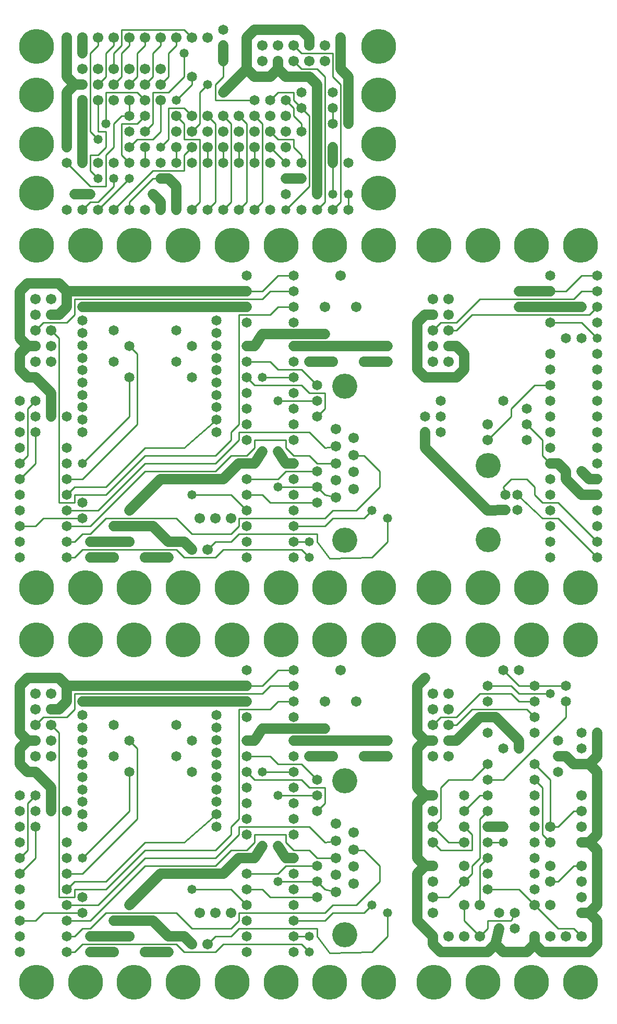
<source format=gbl>
%MOIN*%
%FSLAX25Y25*%
G04 D10 used for Character Trace; *
G04     Circle (OD=.01000) (No hole)*
G04 D11 used for Power Trace; *
G04     Circle (OD=.06500) (No hole)*
G04 D12 used for Signal Trace; *
G04     Circle (OD=.01100) (No hole)*
G04 D13 used for Via; *
G04     Circle (OD=.05800) (Round. Hole ID=.02800)*
G04 D14 used for Component hole; *
G04     Circle (OD=.06500) (Round. Hole ID=.03500)*
G04 D15 used for Component hole; *
G04     Circle (OD=.06700) (Round. Hole ID=.04300)*
G04 D16 used for Component hole; *
G04     Circle (OD=.08100) (Round. Hole ID=.05100)*
G04 D17 used for Component hole; *
G04     Circle (OD=.08900) (Round. Hole ID=.05900)*
G04 D18 used for Component hole; *
G04     Circle (OD=.11300) (Round. Hole ID=.08300)*
G04 D19 used for Component hole; *
G04     Circle (OD=.16000) (Round. Hole ID=.13000)*
G04 D20 used for Component hole; *
G04     Circle (OD=.18300) (Round. Hole ID=.15300)*
G04 D21 used for Component hole; *
G04     Circle (OD=.22291) (Round. Hole ID=.19291)*
%ADD10C,.01000*%
%ADD11C,.06500*%
%ADD12C,.01100*%
%ADD13C,.05800*%
%ADD14C,.06500*%
%ADD15C,.06700*%
%ADD16C,.08100*%
%ADD17C,.08900*%
%ADD18C,.11300*%
%ADD19C,.16000*%
%ADD20C,.18300*%
%ADD21C,.22291*%
%IPPOS*%
%LPD*%
G90*X0Y0D02*D21*X15625Y15625D03*D14*              
X35000Y35000D03*D12*X40000D01*X45000Y40000D01*    
X105000D01*X110000Y35000D01*X130000D01*           
X135000Y40000D01*X185000D01*X190000Y35000D01*D13* 
D03*D14*X180000Y45000D03*D12*X190000D01*D13*D03*  
D12*X195000D02*Y50000D01*X203000Y34400D02*        
X195000Y45000D01*X203000Y34400D02*                
X230000Y35000D01*X240000Y45000D01*Y60000D01*D13*  
D03*X230000Y65000D03*D12*X225000Y60000D01*        
X205000D01*X200000Y55000D01*X180000D01*D14*D03*   
Y65000D03*X195000Y70000D03*D12*X165000D01*        
X160000Y75000D01*X150000D01*D14*D03*Y85000D03*D12*
X170000D01*X175000Y90000D01*X195000D01*D14*D03*   
D12*Y95000D02*X206900D01*D15*D03*Y105900D03*D12*  
X200000Y105000D01*X190000Y115000D01*X145000D01*   
Y110000D01*X130000Y95000D01*X85000D01*            
X55000Y65000D01*X35000D01*D14*D03*D12*            
X30000Y70000D02*X40000D01*X30000D02*Y175000D01*   
X25000Y180000D01*D15*D03*D12*X15000D02*           
X20000Y185000D01*D15*X15000Y180000D03*D12*        
X20000Y185000D02*X35000D01*X40000Y190000D01*      
Y200000D01*X160000D01*X165000Y205000D01*          
X180000D01*D14*D03*D12*X160000D02*                
X170000Y215000D01*X150000Y205000D02*X160000D01*   
D14*X150000D03*D11*X140000D01*D14*D03*D11*        
X65000D01*D13*D03*D11*X35000D01*Y195000D01*       
X30000Y190000D01*X25000D01*D15*D03*               
X15000Y200000D03*X25000D03*X15000Y190000D03*D11*  
X35000Y205000D02*X30000Y210000D01*X10000D01*      
X5000Y205000D01*Y175000D01*X10000Y170000D01*      
X5000Y165000D01*Y155000D01*X10000Y150000D01*      
X15000D01*X25000Y140000D01*Y125000D01*D14*D03*    
X15000Y135000D03*D12*X10000Y130000D01*Y100000D01* 
X5000Y95000D01*D14*D03*D12*Y85000D02*             
X15000Y95000D01*D14*X5000Y85000D03*D12*           
X15000Y95000D02*Y115000D01*D14*D03*               
X5000Y125000D03*Y105000D03*X15000Y125000D03*      
X5000Y115000D03*X35000Y95000D03*Y105000D03*       
Y125000D03*X5000Y135000D03*D12*X35000Y85000D02*   
X45000D01*D14*X35000D03*D12*Y75000D02*            
X40000Y80000D01*D14*X35000Y75000D03*D12*          
X40000Y70000D02*Y75000D01*X60000D01*              
X85000Y100000D01*X130000D01*X140000Y110000D01*    
Y115000D01*X145000Y120000D01*Y190000D01*          
X165000D01*X170000Y195000D01*X180000D01*D14*D03*  
Y185000D03*D13*X200000Y177500D03*D11*X160000D01*  
X155000Y170000D01*X150000D01*D14*D03*Y160000D03*  
D12*X165000D01*X170000Y155000D01*X185000D01*      
X195000Y145000D01*D14*D03*D12*X200000Y130000D02*  
Y140000D01*X195000Y125000D02*X200000Y130000D01*   
D14*X195000Y125000D03*D15*X206900Y116800D03*D14*  
X195000Y135000D03*D12*X170000D01*D13*D03*D14*     
X180000Y130000D03*Y140000D03*Y150000D03*D12*      
X160000D01*D13*D03*D12*X155000Y145000D02*         
X185000D01*X190000Y140000D01*X200000D01*D19*      
X212600Y144200D03*D14*X180000Y160000D03*          
Y120000D03*D15*X205000Y160000D03*D11*X190000D01*  
D14*D03*X180000Y170000D03*D11*X190000D01*D14*D03* 
D11*X215000D01*D15*D03*D11*X240000D01*D14*D03*    
Y160000D03*D11*X225000D01*D15*D03*                
X220000Y195000D03*X200000D03*D12*                 
X175000Y105000D02*Y110000D01*X180000Y100000D02*   
X175000Y105000D01*X180000Y100000D02*X190000D01*   
X195000Y95000D01*D15*X206900Y84100D03*D14*        
X180000Y110000D03*Y95000D03*D11*X175000D01*       
X170000Y102500D01*D14*D03*D12*X155000Y110000D02*  
X175000D01*X155000Y105000D02*Y110000D01*          
X150000Y100000D02*X155000Y105000D01*              
X140000Y100000D02*X150000D01*X130000Y90000D02*    
X140000Y100000D01*X85000Y90000D02*X130000D01*     
X50000Y55000D02*X85000Y90000D01*X35000Y55000D02*  
X50000D01*D14*X35000D03*D12*X40000Y45000D02*      
X45000Y50000D01*X35000Y45000D02*X40000D01*D14*    
X35000D03*D12*X45000Y50000D02*X50000D01*          
X60000Y60000D01*X105000D01*X115000Y50000D01*      
X140000D01*X145000Y55000D01*Y60000D01*X200000D01* 
X205000Y65000D01*X220000D01*X235000Y80000D01*     
Y90000D01*X225000Y100000D01*X218200Y100400D01*D15*
D03*Y111300D03*Y89600D03*Y78700D03*D12*           
X200000Y75000D02*X206900Y73200D01*D15*D03*D12*    
X200000Y75000D02*X195000Y80000D01*D14*D03*D12*    
X170000D01*D13*D03*D14*X180000Y75000D03*Y85000D03*
D11*X150000Y95000D02*X155000D01*D14*X150000D03*   
D11*X145000D01*X135000Y85000D01*X130000D01*D13*   
D03*D11*X95000D01*X75000Y65000D01*D13*D03*        
X65000Y55000D03*D11*X90000D01*X100000Y45000D01*   
D14*D03*D11*X110000D01*X115000Y40000D01*D15*D03*  
X125000D03*D12*X130000Y45000D01*X140000D01*       
X145000Y50000D01*X195000D01*D14*X180000Y35000D03* 
D19*X212600Y45800D03*D21*X171875Y15625D03*        
X203125D03*X234375D03*D14*X150000Y65000D03*D12*   
X140000Y75000D01*X115000D01*D13*D03*D15*          
X130000Y60000D03*X120000D03*X140000D03*D12*       
X60000Y80000D02*X85000Y105000D01*X40000Y80000D02* 
X60000D01*X45000Y85000D02*X80000Y120000D01*       
Y165000D01*X75000Y170000D01*D14*D03*              
X65000Y180000D03*Y160000D03*X75000Y150000D03*D12* 
Y125000D01*X45000Y95000D01*D13*D03*D14*Y115000D03*
Y70000D03*Y122900D03*D12*X15000Y55000D02*         
X20000Y60000D01*X5000Y55000D02*X15000D01*D14*     
X5000D03*Y65000D03*Y45000D03*D12*X20000Y60000D02* 
X45000D01*D14*D03*X50000Y45000D03*D11*X75000D01*  
D15*D03*X85000Y35000D03*D11*X100000D01*D14*D03*   
D21*X78125Y15625D03*X109375D03*D15*               
X65000Y35000D03*D11*X50000D01*D14*D03*D21*        
X46875Y15625D03*D14*X5000Y75000D03*Y35000D03*D12* 
X85000Y105000D02*X110000D01*X130600Y122900D01*D14*
D03*Y130800D03*Y115000D03*Y138700D03*             
X150000Y110000D03*Y120000D03*X130600Y146600D03*   
X150000Y130000D03*Y140000D03*Y150000D03*D12*      
X155000Y145000D01*D14*X130600Y170300D03*          
Y162400D03*Y154500D03*Y178200D03*                 
X115000Y170000D03*Y150000D03*X150000Y185000D03*   
X130600Y186100D03*X160000Y102500D03*D11*          
X155000Y95000D01*D14*X150000Y55000D03*Y45000D03*  
Y35000D03*X105000Y160000D03*D21*X140625Y15625D03* 
D14*X105000Y180000D03*X150000Y195000D03*D11*      
X140000D01*D14*D03*D11*X85000D01*D13*D03*D11*     
X45000D01*D13*D03*D14*Y186100D03*Y178200D03*D15*  
X25000Y170000D03*D14*X45000Y170300D03*D15*        
X15000Y170000D03*D11*X10000D01*D15*               
X15000Y160000D03*X25000D03*D14*X45000Y138700D03*  
Y146600D03*Y154500D03*Y162400D03*Y130800D03*D21*  
X46875Y234375D03*X15625D03*X78125D03*X109375D03*  
X140625D03*D14*X150000Y215000D03*D12*X170000D02*  
X180000D01*D14*D03*D21*X171875Y234375D03*         
X203125D03*D15*X210000Y215000D03*D21*             
X234375Y234375D03*G90*X0Y2000D02*                 
X234375Y267625D03*X203125D03*X171875D03*          
X140625D03*X109375D03*X78125D03*X46875D03*        
X15625D03*D12*X203000Y286400D02*X230000Y287000D01*
X203000Y286400D02*X195000Y297000D01*Y302000D01*   
X145000D01*X140000Y297000D01*X130000D01*          
X125000Y292000D01*D15*D03*D12*X110000Y287000D02*  
X130000D01*X110000D02*X105000Y292000D01*X45000D01*
X40000Y287000D01*X35000D01*D14*D03*D12*Y297000D02*
X40000D01*D14*X35000D03*D12*X40000D02*            
X45000Y302000D01*X50000D01*X60000Y312000D01*      
X105000D01*X115000Y302000D01*X140000D01*          
X145000Y307000D01*Y312000D01*X200000D01*          
X205000Y317000D01*X220000D01*X235000Y332000D01*   
Y342000D01*X225000Y352000D01*X218200Y352400D01*   
D15*D03*Y363300D03*Y341600D03*X206900Y368800D03*  
Y336100D03*Y357900D03*D12*X200000Y357000D01*      
X190000Y367000D01*X145000D01*Y362000D01*          
X130000Y347000D01*X85000D01*X55000Y317000D01*     
X35000D01*D14*D03*D12*X30000Y322000D02*X40000D01* 
X30000D02*Y427000D01*X25000Y432000D01*D15*D03*D12*
X15000D02*X20000Y437000D01*D15*X15000Y432000D03*  
D12*X20000Y437000D02*X35000D01*X40000Y442000D01*  
Y452000D01*X160000D01*X165000Y457000D01*          
X180000D01*D14*D03*D12*X160000D02*                
X170000Y467000D01*X150000Y457000D02*X160000D01*   
D14*X150000D03*D11*X140000D01*D14*D03*D11*        
X65000D01*D13*D03*D11*X35000D01*Y447000D01*       
X30000Y442000D01*X25000D01*D15*D03*               
X15000Y452000D03*X25000D03*X15000Y442000D03*D11*  
X35000Y457000D02*X30000Y462000D01*X10000D01*      
X5000Y457000D01*Y427000D01*X10000Y422000D01*      
X5000Y417000D01*Y407000D01*X10000Y402000D01*      
X15000D01*X25000Y392000D01*Y377000D01*D14*D03*    
X15000Y387000D03*D12*X10000Y382000D01*Y352000D01* 
X5000Y347000D01*D14*D03*D12*Y337000D02*           
X15000Y347000D01*D14*X5000Y337000D03*D12*         
X15000Y347000D02*Y367000D01*D14*D03*              
X5000Y377000D03*Y357000D03*X15000Y377000D03*      
X5000Y367000D03*X35000Y347000D03*Y357000D03*      
Y377000D03*X5000Y387000D03*D12*X35000Y337000D02*  
X45000D01*D14*X35000D03*D12*Y327000D02*           
X40000Y332000D01*D14*X35000Y327000D03*D12*        
X40000Y322000D02*Y327000D01*X60000D01*            
X85000Y352000D01*X130000D01*X140000Y362000D01*    
Y367000D01*X145000Y372000D01*Y442000D01*          
X165000D01*X170000Y447000D01*X180000D01*D14*D03*  
Y437000D03*D13*X200000Y429500D03*D11*X160000D01*  
X155000Y422000D01*X150000D01*D14*D03*Y412000D03*  
D12*X165000D01*X170000Y407000D01*X185000D01*      
X195000Y397000D01*D14*D03*D12*X200000Y382000D02*  
Y392000D01*X195000Y377000D02*X200000Y382000D01*   
D14*X195000Y377000D03*Y387000D03*D12*X170000D01*  
D13*D03*D14*X180000Y382000D03*Y392000D03*         
Y402000D03*D12*X160000D01*D13*D03*D12*            
X155000Y397000D02*X185000D01*X190000Y392000D01*   
X200000D01*D19*X212600Y396200D03*D14*             
X180000Y412000D03*Y372000D03*D15*                 
X205000Y412000D03*D11*X190000D01*D14*D03*         
X180000Y422000D03*D11*X190000D01*D14*D03*D11*     
X215000D01*D15*D03*D11*X240000D01*D14*D03*        
Y412000D03*D11*X225000D01*D15*D03*                
X220000Y447000D03*X200000D03*D12*                 
X175000Y357000D02*Y362000D01*X180000Y352000D02*   
X175000Y357000D01*X180000Y352000D02*X190000D01*   
X195000Y347000D01*X206900D01*D15*D03*D14*         
X195000Y342000D03*D12*X175000D01*                 
X170000Y337000D01*X150000D01*D14*D03*D12*         
X165000Y322000D02*X160000Y327000D01*              
X165000Y322000D02*X195000D01*D14*D03*D12*         
X200000Y327000D02*X206900Y325200D01*D15*D03*D12*  
X200000Y327000D02*X195000Y332000D01*D14*D03*D12*  
X170000D01*D13*D03*D14*X180000Y327000D03*         
Y337000D03*D12*X150000Y327000D02*X160000D01*D14*  
X150000D03*D12*Y317000D02*X140000Y327000D01*D14*  
X150000Y317000D03*D12*X115000Y327000D02*          
X140000D01*D13*X115000D03*D15*X130000Y312000D03*  
D12*X85000Y342000D02*X130000D01*X50000Y307000D02* 
X85000Y342000D01*X35000Y307000D02*X50000D01*D14*  
X35000D03*X45000Y312000D03*D12*X20000D01*         
X15000Y307000D01*X5000D01*D14*D03*Y317000D03*     
Y297000D03*Y327000D03*Y287000D03*D12*             
X40000Y332000D02*X60000D01*X85000Y357000D01*      
X110000D01*X130600Y374900D01*D14*D03*Y382800D03*  
Y367000D03*Y390700D03*X150000Y362000D03*          
Y372000D03*X130600Y398600D03*X150000Y382000D03*   
Y392000D03*D12*Y352000D02*X155000Y357000D01*      
X140000Y352000D02*X150000D01*X130000Y342000D02*   
X140000Y352000D01*D11*X130000Y337000D02*          
X135000D01*D13*X130000D03*D11*X95000D01*          
X75000Y317000D01*D13*D03*X65000Y307000D03*D11*    
X90000D01*X100000Y297000D01*D14*D03*D11*          
X110000D01*X115000Y292000D01*D15*D03*D12*         
X130000Y287000D02*X135000Y292000D01*X185000D01*   
X190000Y287000D01*D13*D03*D14*X180000Y297000D03*  
D12*X190000D01*D13*D03*D12*X180000Y307000D02*     
X200000D01*D14*X180000D03*Y317000D03*D12*         
X200000Y307000D02*X205000Y312000D01*X225000D01*   
X230000Y317000D01*D13*D03*X240000Y312000D03*D12*  
Y297000D01*X230000Y287000D01*D19*                 
X212600Y297800D03*D15*X218200Y330700D03*D14*      
X180000Y287000D03*Y347000D03*D11*X175000D01*      
X170000Y354500D01*D14*D03*X180000Y362000D03*D12*  
X155000D02*X175000D01*X155000Y357000D02*          
Y362000D01*D14*X160000Y354500D03*D11*             
X155000Y347000D01*X150000D01*D14*D03*D11*         
X145000D01*X135000Y337000D01*D15*                 
X120000Y312000D03*X140000D03*D14*                 
X150000Y307000D03*Y297000D03*D15*X85000Y287000D03*
D11*X100000D01*D14*D03*D15*X75000Y297000D03*D11*  
X50000D01*D14*D03*Y287000D03*D11*X65000D01*D15*   
D03*D14*X45000Y322000D03*D12*Y337000D02*          
X80000Y372000D01*Y417000D01*X75000Y422000D01*D14* 
D03*X65000Y432000D03*Y412000D03*X75000Y402000D03* 
D12*Y377000D01*X45000Y347000D01*D13*D03*D14*      
Y367000D03*Y374900D03*Y382800D03*Y390700D03*      
Y398600D03*Y406500D03*X105000Y412000D03*          
X45000Y414400D03*D15*X25000Y412000D03*X15000D03*  
D14*X115000Y402000D03*Y422000D03*X45000Y422300D03*
D15*X25000Y422000D03*X15000D03*D11*X10000D01*D14* 
X45000Y430200D03*Y438100D03*D13*Y447000D03*D11*   
X85000D01*D13*D03*D11*X140000D01*D14*D03*D11*     
X150000D01*D14*D03*Y437000D03*D12*                
X170000Y467000D02*X180000D01*D14*D03*D21*         
X171875Y486375D03*X203125D03*D15*                 
X210000Y467000D03*D14*X150000D03*D21*             
X140625Y486375D03*D14*X130600Y438100D03*          
Y430200D03*Y422300D03*Y414400D03*D21*             
X234375Y486375D03*D14*X130600Y406500D03*          
X150000Y402000D03*D12*X155000Y397000D01*D14*      
X105000Y432000D03*D21*X109375Y486375D03*X78125D03*
X46875D03*D14*X150000Y287000D03*D21*              
X15625Y486375D03*G90*X0Y4000D02*D14*              
X215000Y509000D03*D12*Y519000D01*D13*D03*D12*     
X205000Y509000D02*X210000Y514000D01*D14*          
X205000Y509000D03*D12*X210000Y589000D02*          
Y514000D01*X205000Y594000D02*X210000Y589000D01*   
X205000Y609000D02*Y594000D01*X185000Y609000D02*   
X205000D01*X180000Y614000D02*X185000Y609000D01*   
D15*X180000Y614000D03*X190000Y604000D03*          
X170000D03*D11*Y599000D01*X165000Y594000D01*      
X155000D01*X150000Y599000D01*X135000Y584000D01*   
D14*D03*D12*X130000Y589000D02*Y579000D01*         
X155000D01*D14*D03*D15*X165000Y569000D03*         
X145000D03*D12*X150000Y564000D01*Y514000D01*      
X145000Y509000D01*D14*D03*D12*X135000D02*         
X140000Y514000D01*D14*X135000Y509000D03*D12*      
X140000Y564000D02*Y514000D01*X135000Y569000D02*   
X140000Y564000D01*D15*X135000Y569000D03*D12*      
X125000D02*X130000Y564000D01*D15*                 
X125000Y569000D03*D12*X130000Y564000D02*          
Y514000D01*X125000Y509000D01*D14*D03*D12*         
X115000D02*X120000Y514000D01*D14*                 
X115000Y509000D03*D12*X120000Y554000D02*          
Y514000D01*X110000Y554000D02*X120000D01*          
X110000Y564000D02*Y554000D01*X105000Y569000D02*   
X110000Y564000D01*D15*X105000Y569000D03*D12*      
X100000Y574000D02*X110000D01*X100000D02*          
Y554000D01*X95000Y549000D01*D13*D03*D12*          
X80000Y554000D02*X90000D01*X75000Y549000D02*      
X80000Y554000D01*D14*X75000Y549000D03*D12*        
X70000Y564000D02*Y544000D01*Y564000D02*X80000D01* 
X85000Y569000D01*D14*D03*D12*Y559000D02*          
X90000Y564000D01*D14*X85000Y559000D03*D12*        
X90000Y554000D02*X95000Y559000D01*Y579000D01*D15* 
D03*D12*X90000Y584000D02*X100000D01*X90000D02*    
Y564000D01*D15*X105000Y549000D03*D12*Y539000D01*  
D14*D03*D12*X90000Y534000D02*X110000D01*          
X65000Y509000D02*X90000Y534000D01*D14*            
X65000Y509000D03*D12*X50000Y514000D02*X55000D01*  
X45000Y509000D02*X50000Y514000D01*D14*            
X45000Y509000D03*D13*X50000Y519000D03*D11*        
X40000D01*D13*D03*D14*X35000Y509000D03*D12*       
Y539000D02*X50000Y524000D01*D14*X35000Y539000D03* 
X45000D03*D11*Y579000D01*D15*D03*X55000Y589000D03*
D12*X60000Y594000D01*Y609000D01*X65000Y614000D01* 
Y619000D01*D15*D03*D12*Y609000D02*                
X70000Y614000D01*X65000Y609000D02*Y599000D01*D15* 
D03*D12*Y589000D02*X70000Y594000D01*D15*          
X65000Y589000D03*D12*X70000Y609000D02*Y594000D01* 
Y609000D02*X75000Y614000D01*Y619000D01*D15*D03*   
D12*X70000Y624000D02*Y614000D01*X80000Y609000D02* 
Y594000D01*X75000Y589000D01*D15*D03*D12*          
X60000Y584000D02*X80000D01*X60000D02*Y564000D01*  
D13*D03*D12*X55000Y579000D02*Y559000D01*D15*      
Y579000D03*X45000Y589000D03*D11*X40000D01*        
X35000Y594000D01*Y619000D01*D15*D03*D13*          
X45000Y609000D03*D11*Y619000D01*D15*D03*D12*      
X50000Y609000D02*X55000Y614000D01*                
X50000Y609000D02*Y559000D01*X55000Y554000D01*D13* 
D03*D12*Y544000D02*X60000Y549000D01*              
X50000Y544000D02*X55000D01*X50000D02*Y534000D01*  
X55000Y529000D01*D13*D03*D12*X50000Y524000D02*    
X60000D01*Y544000D01*X65000Y549000D01*Y564000D01* 
X70000Y569000D01*X75000D01*D14*D03*D12*Y579000D01*
D15*D03*D12*X80000Y584000D02*X85000Y579000D01*D15*
D03*X95000Y589000D03*D12*X100000Y594000D01*       
Y609000D01*X105000Y614000D01*Y619000D01*D15*D03*  
D12*X70000Y624000D02*X110000D01*X80000Y609000D02* 
X85000Y614000D01*Y619000D01*D15*D03*D12*          
X90000Y609000D02*X95000Y614000D01*                
X90000Y609000D02*Y594000D01*X85000Y589000D01*D15* 
D03*X95000Y599000D03*X75000D03*X85000D03*D12*     
X100000Y584000D02*X110000Y594000D01*Y609000D01*   
D13*D03*D15*X115000Y619000D03*D12*                
X110000Y624000D01*D15*X125000Y619000D03*X95000D03*
D12*Y614000D01*D14*X115000Y594000D03*D12*         
Y589000D01*X105000Y579000D01*D13*D03*D12*         
X110000Y574000D02*X115000Y569000D01*D15*D03*D12*  
Y559000D02*X120000Y564000D01*D15*                 
X115000Y559000D03*D12*X120000Y584000D02*          
Y564000D01*Y584000D02*X125000Y589000D01*D13*D03*  
D12*X130000D02*X135000Y594000D01*Y604000D01*D14*  
D03*D11*Y614000D01*D14*D03*Y624000D03*D11*        
X150000Y619000D02*Y599000D01*Y619000D02*          
X155000Y624000D01*X185000D01*X190000Y619000D01*   
Y614000D01*D15*D03*X200000Y604000D03*X180000D03*  
D12*X185000Y599000D01*X195000D01*                 
X200000Y594000D01*Y514000D01*X195000Y509000D01*   
D14*D03*D13*X205000Y519000D03*D12*Y539000D01*D14* 
D03*D11*Y549000D01*D14*D03*X215000Y539000D03*     
X195000Y559000D03*D11*Y584000D01*D13*D03*D11*     
Y589000D01*X190000Y594000D01*X175000D01*          
X170000Y599000D01*D15*X160000Y604000D03*D14*      
X185000Y584000D03*D15*X170000Y614000D03*D12*      
X165000Y579000D02*X170000Y584000D01*D14*          
X165000Y579000D03*D12*X170000Y584000D02*          
X180000D01*Y579000D01*X185000Y574000D01*D14*D03*  
D12*X190000Y569000D01*Y524000D01*                 
X175000Y509000D01*D13*D03*D14*X185000D03*         
X175000Y519000D03*X165000Y509000D03*D12*          
X155000D02*X160000Y514000D01*D14*                 
X155000Y509000D03*D12*X160000Y564000D02*          
Y514000D01*X155000Y569000D02*X160000Y564000D01*   
D15*X155000Y569000D03*X165000Y559000D03*D12*      
X170000Y554000D01*X180000D01*Y549000D01*          
X185000Y544000D01*Y539000D01*D14*D03*             
X195000Y549000D03*D11*Y559000D01*D12*             
X180000Y569000D02*X185000Y564000D01*              
X180000Y574000D02*Y569000D01*X175000Y579000D02*   
X180000Y574000D01*D14*X175000Y579000D03*D15*      
Y569000D03*D12*X185000Y564000D02*Y559000D01*D14*  
D03*D11*X195000Y549000D02*Y539000D01*D14*D03*D11* 
Y519000D01*D13*D03*X185000Y529000D03*D11*         
X175000D01*D14*D03*X165000Y539000D03*D13*         
X175000D03*D12*X165000Y549000D01*D15*D03*         
X175000Y559000D03*X155000D03*D14*Y539000D03*D12*  
Y549000D01*D15*D03*X145000Y559000D03*D14*         
Y539000D03*D12*Y549000D01*D15*D03*                
X135000Y559000D03*D14*Y539000D03*D12*Y549000D01*  
D15*D03*X125000Y559000D03*D14*Y539000D03*D12*     
Y549000D01*D15*D03*D14*X115000Y539000D03*D15*     
Y549000D03*D12*X110000Y544000D01*Y534000D01*D11*  
X100000Y529000D02*X105000Y524000D01*              
X95000Y529000D02*X100000D01*D13*X95000D03*D12*    
X90000D01*X75000Y514000D01*Y509000D01*D14*D03*    
X85000D03*D13*X90000Y519000D03*D11*               
X95000Y514000D01*Y509000D01*D14*D03*X105000D03*   
D11*Y524000D01*D14*X95000Y539000D03*X85000D03*D12*
Y549000D01*D14*D03*X75000Y559000D03*Y539000D03*   
D12*X70000Y544000D01*D14*X65000Y539000D03*D12*    
X60000Y559000D02*Y549000D01*X55000Y559000D02*     
X60000D01*D15*X65000Y579000D03*D14*               
X35000Y569000D03*D11*Y584000D01*X40000Y589000D01* 
D15*X45000Y599000D03*X55000D03*D11*               
X35000Y569000D02*Y559000D01*D14*D03*D11*          
Y549000D01*D14*D03*X55000Y539000D03*D21*          
X15625Y550875D03*D12*X55000Y514000D02*            
X65000Y524000D01*D14*X55000Y509000D03*D12*        
X75000Y529000D01*D13*D03*X65000D03*D12*Y524000D01*
D15*X105000Y559000D03*D21*X15625Y519625D03*       
Y582125D03*D12*X55000Y619000D02*Y614000D01*D15*   
Y619000D03*D21*X15625Y613375D03*D15*              
X160000Y614000D03*X175000Y549000D03*              
X200000Y614000D03*D14*X205000Y564000D03*D12*      
Y574000D01*D14*D03*X215000Y564000D03*D11*         
Y579000D01*D14*D03*D11*Y594000D01*                
X210000Y599000D01*D13*D03*D11*Y619000D01*D13*D03* 
D21*X234375Y613375D03*D14*X205000Y584000D03*D21*  
X234375Y582125D03*Y550875D03*Y519625D03*G90*      
X4000Y0D02*D11*X269000Y45000D02*X259000Y55000D01* 
D15*X269000Y45000D03*D11*Y40000D01*               
X274000Y35000D01*X304000D01*X309000Y40000D01*     
X314000Y35000D01*X329000D01*X334000Y40000D01*     
X339000Y35000D01*X369000D01*X374000Y40000D01*     
Y55000D01*X369000Y60000D01*X364000D01*D15*D03*D11*
X369000D02*X374000Y65000D01*Y100000D01*           
X369000Y105000D01*X364000D01*D15*D03*D11*         
X369000D02*X374000Y110000D01*Y150000D01*          
X369000Y155000D01*X359000D01*X354000Y160000D01*   
X349000D01*D14*D03*Y170000D03*Y150000D03*         
X364000Y175000D03*X334000D03*Y145000D03*D12*      
X339000Y140000D01*Y110000D01*X344000Y105000D01*   
D15*D03*D14*X334000Y115000D03*Y95000D03*D12*      
X344000Y115000D02*X349000D01*D15*X344000D03*D12*  
Y145000D01*X334000Y155000D01*D14*D03*             
X324000Y165000D03*D11*Y170000D01*                 
X309000Y185000D01*X304000D01*D14*D03*D11*         
X299000D01*X284000Y170000D01*X279000D01*D15*D03*  
X269000Y180000D03*D12*X274000Y185000D01*          
X284000D01*X299000Y200000D01*X319000D01*          
X324000Y195000D01*X334000D01*D14*D03*D12*         
Y185000D02*X329000Y190000D01*D14*                 
X334000Y185000D03*D12*X294000Y190000D02*          
X329000D01*X284000Y180000D02*X294000Y190000D01*   
X279000Y180000D02*X284000D01*D15*X279000D03*      
X269000Y190000D03*Y170000D03*D11*X264000D01*      
X259000Y165000D01*Y140000D01*X264000Y135000D01*   
X259000Y130000D01*Y95000D01*X264000Y90000D01*     
X259000Y85000D01*Y55000D01*D15*X269000Y60000D03*  
Y70000D03*D12*X279000D01*X289000Y80000D01*D15*D03*
D12*X294000Y85000D01*Y90000D01*X299000Y95000D01*  
Y120000D01*X304000Y125000D01*D14*D03*D13*         
X314000Y115000D03*D11*X304000D01*D14*D03*D13*     
X314000Y105000D03*D12*X304000D01*D14*D03*D12*     
X294000Y100000D02*Y110000D01*X274000Y100000D02*   
X294000D01*X274000D02*X269000Y105000D01*D15*D03*  
D12*X279000D02*X289000D01*D15*D03*D12*            
X294000Y110000D02*X289000Y115000D01*D15*D03*D12*  
X279000Y105000D02*X269000Y115000D01*D15*D03*D12*  
X274000Y120000D01*Y140000D01*X279000Y145000D01*   
X294000D01*X304000Y155000D01*D14*D03*D12*         
Y145000D02*X314000D01*D14*X304000D03*D12*         
X289000Y125000D02*X299000Y135000D01*D14*          
X289000Y125000D03*D12*X299000Y135000D02*          
X304000D01*D14*D03*D12*X314000Y145000D02*         
X354000Y185000D01*Y195000D01*D14*D03*D13*         
X344000Y200000D03*D12*X324000D01*                 
X319000Y205000D01*X304000D01*D14*D03*             
X314000Y215000D03*D12*X324000Y205000D01*          
X334000D01*D14*D03*D12*X354000D01*D14*D03*D21*    
X363375Y234375D03*D14*X324000Y215000D03*D21*      
X332125Y234375D03*D14*X374000Y175000D03*D11*      
Y165000D01*D14*D03*D11*Y160000D01*                
X369000Y155000D01*D14*X364000Y165000D03*D15*      
Y135000D03*D12*X349000Y115000D02*                 
X359000Y125000D01*X364000D01*D15*D03*Y115000D03*  
D14*X334000Y135000D03*Y125000D03*Y105000D03*D15*  
X344000Y90000D03*D12*X349000Y80000D02*            
X359000Y90000D01*X344000Y80000D02*X349000D01*D15* 
X344000D03*D14*X334000Y85000D03*Y75000D03*D15*    
Y65000D03*D12*X349000Y50000D01*X359000D01*        
X364000Y45000D01*D15*D03*X354000D03*              
X344000Y65000D03*Y45000D03*X364000Y70000D03*D21*  
X332125Y15625D03*D12*X334000Y65000D02*            
X324000Y75000D01*X304000D01*D14*D03*D15*          
X299000Y65000D03*D12*Y90000D01*X304000Y95000D01*  
D14*D03*Y85000D03*D15*X289000Y90000D03*Y65000D03* 
D12*Y55000D01*X299000Y45000D01*D15*D03*D12*       
X304000Y50000D01*Y55000D01*X319000D01*            
X321500Y60000D01*D14*D03*X311500Y50000D03*D11*    
X309000Y40000D01*D14*X321500Y50000D03*D15*        
X289000Y45000D03*D14*X311500Y60000D03*D21*        
X300875Y15625D03*D11*X334000Y40000D02*Y45000D01*  
D15*D03*D21*X363375Y15625D03*D15*X364000Y80000D03*
Y90000D03*D12*X359000D01*D14*X289000Y135000D03*   
X314000Y165000D03*D15*X279000Y160000D03*Y45000D03*
D14*X304000Y175000D03*D15*X269000Y160000D03*      
Y135000D03*D11*X264000D01*D15*X269000Y125000D03*  
D11*X264000Y170000D02*X259000Y175000D01*          
Y205000D01*X264000Y210000D01*D13*D03*D15*         
X269000Y200000D03*X279000D03*Y190000D03*D21*      
X269625Y234375D03*X300875D03*D14*                 
X304000Y195000D03*D11*X264000Y90000D02*X269000D01*
D15*D03*Y80000D03*D21*X269625Y15625D03*G90*       
X4000Y2000D02*X269625Y267625D03*X300875D03*D19*   
X304500Y298300D03*D14*X315200Y317100D03*D11*      
X304000Y317000D01*X264000Y357000D01*Y367000D01*   
D14*D03*X274000Y377000D03*Y367000D03*             
X264000Y377000D03*X274000Y387000D03*D11*          
X264000Y402000D02*X284000D01*X264000D02*          
X259000Y407000D01*Y437000D01*X264000Y442000D01*   
X269000D01*D15*D03*D12*Y432000D02*                
X274000Y437000D01*D15*X269000Y432000D03*D12*      
X274000Y437000D02*X284000D01*X299000Y452000D01*   
X359000D01*X364000Y457000D01*X374000D01*D14*D03*  
D12*X354000D02*X364000Y467000D01*                 
X344000Y457000D02*X354000D01*D14*X344000D03*D11*  
X324000D01*D14*D03*Y447000D03*D11*X344000D01*D14* 
D03*D11*X364000D01*D13*D03*D12*X294000Y442000D02* 
X369000D01*X284000Y432000D02*X294000Y442000D01*   
X279000Y432000D02*X284000D01*D15*X279000D03*      
X269000Y422000D03*X279000Y442000D03*Y422000D03*   
D11*X284000D01*X289000Y417000D01*Y407000D01*      
X284000Y402000D01*D15*X279000Y412000D03*          
X269000D03*D14*X314000Y387000D03*D15*             
X304000Y372000D03*D12*Y362000D02*                 
X319000Y377000D01*D15*X304000Y362000D03*D12*      
X319000Y377000D02*Y382000D01*X334000Y397000D01*   
X344000D01*D14*D03*Y407000D03*Y387000D03*         
X329000Y382000D03*X344000Y417000D03*Y377000D03*   
X329000Y372000D03*D12*X339000Y362000D01*          
Y352000D01*X344000Y347000D01*D14*D03*D11*         
X349000D01*X354000Y342000D01*Y337000D01*          
X364000Y327000D01*X374000D01*D14*D03*Y337000D03*  
D11*X369000D01*X364000Y342000D01*D13*D03*D14*     
X374000Y347000D03*Y357000D03*X344000D03*D12*      
X374000Y297000D02*X349000Y322000D01*D14*          
X374000Y297000D03*Y307000D03*Y287000D03*D12*      
X349000Y312000D01*X339000D01*X323000Y326900D01*   
D14*D03*D12*X334000Y332000D02*X329000Y337000D01*  
X334000Y327000D02*Y332000D01*X339000Y322000D02*   
X334000Y327000D01*X339000Y322000D02*X349000D01*   
D14*X344000Y327000D03*Y317000D03*Y307000D03*      
Y337000D03*D12*X319000D02*X329000D01*             
X314000Y332000D02*X319000Y337000D01*              
X315200Y326900D02*X314000Y332000D01*D14*          
X315200Y326900D03*X323000Y317100D03*D19*          
X304500Y345700D03*D14*X344000Y297000D03*          
X329000Y362000D03*X344000Y367000D03*Y287000D03*   
X374000Y387000D03*Y317000D03*D21*                 
X332125Y267625D03*D14*X374000Y367000D03*          
Y377000D03*D21*X363375Y267625D03*D14*             
X374000Y397000D03*Y407000D03*Y417000D03*D13*      
Y427000D03*D12*X364000Y437000D01*X344000D01*D14*  
D03*X354000Y427000D03*X364000D03*D12*             
X369000Y442000D02*X374000Y447000D01*D14*D03*      
Y437000D03*Y467000D03*D12*X364000D01*D21*         
X363375Y486375D03*D14*X344000Y467000D03*D21*      
X332125Y486375D03*X300875D03*D15*                 
X279000Y452000D03*D21*X269625Y486375D03*D15*      
X269000Y452000D03*M02*                            

</source>
